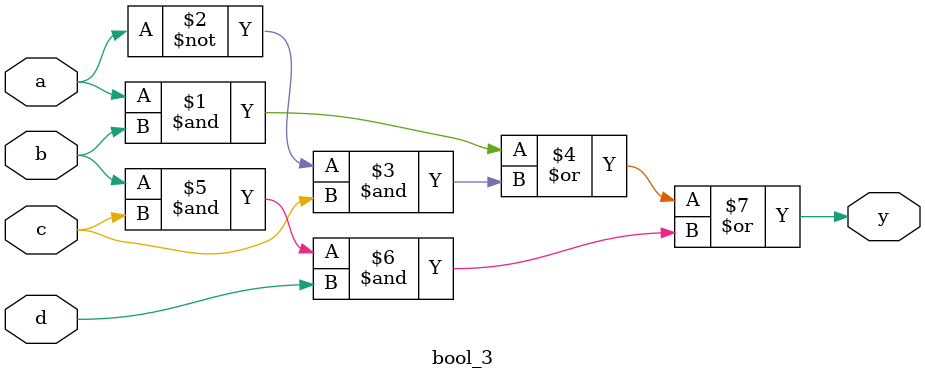
<source format=v>
`timescale 1ns / 1ps

module bool_3(
    input a, b, c, d,
    output y

    );

//AB + ~AC + BCD    
assign y = (a & b)|(~a & c)|(b & c & d);

endmodule

</source>
